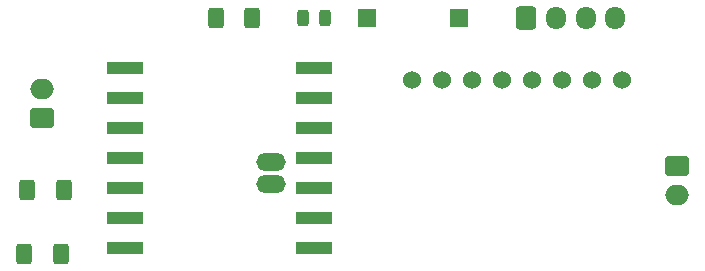
<source format=gbr>
%TF.GenerationSoftware,KiCad,Pcbnew,8.0.7*%
%TF.CreationDate,2025-04-29T17:51:56-05:00*%
%TF.ProjectId,PCB_Glasses,5043425f-476c-4617-9373-65732e6b6963,rev?*%
%TF.SameCoordinates,Original*%
%TF.FileFunction,Soldermask,Top*%
%TF.FilePolarity,Negative*%
%FSLAX46Y46*%
G04 Gerber Fmt 4.6, Leading zero omitted, Abs format (unit mm)*
G04 Created by KiCad (PCBNEW 8.0.7) date 2025-04-29 17:51:56*
%MOMM*%
%LPD*%
G01*
G04 APERTURE LIST*
G04 Aperture macros list*
%AMRoundRect*
0 Rectangle with rounded corners*
0 $1 Rounding radius*
0 $2 $3 $4 $5 $6 $7 $8 $9 X,Y pos of 4 corners*
0 Add a 4 corners polygon primitive as box body*
4,1,4,$2,$3,$4,$5,$6,$7,$8,$9,$2,$3,0*
0 Add four circle primitives for the rounded corners*
1,1,$1+$1,$2,$3*
1,1,$1+$1,$4,$5*
1,1,$1+$1,$6,$7*
1,1,$1+$1,$8,$9*
0 Add four rect primitives between the rounded corners*
20,1,$1+$1,$2,$3,$4,$5,0*
20,1,$1+$1,$4,$5,$6,$7,0*
20,1,$1+$1,$6,$7,$8,$9,0*
20,1,$1+$1,$8,$9,$2,$3,0*%
G04 Aperture macros list end*
%ADD10R,1.500000X1.500000*%
%ADD11C,1.524000*%
%ADD12R,3.150000X1.000000*%
%ADD13O,2.500000X1.500000*%
%ADD14RoundRect,0.243750X0.243750X0.456250X-0.243750X0.456250X-0.243750X-0.456250X0.243750X-0.456250X0*%
%ADD15RoundRect,0.250000X-0.400000X-0.625000X0.400000X-0.625000X0.400000X0.625000X-0.400000X0.625000X0*%
%ADD16RoundRect,0.250000X0.750000X-0.600000X0.750000X0.600000X-0.750000X0.600000X-0.750000X-0.600000X0*%
%ADD17O,2.000000X1.700000*%
%ADD18RoundRect,0.250000X-0.750000X0.600000X-0.750000X-0.600000X0.750000X-0.600000X0.750000X0.600000X0*%
%ADD19RoundRect,0.250000X-0.600000X-0.725000X0.600000X-0.725000X0.600000X0.725000X-0.600000X0.725000X0*%
%ADD20O,1.700000X1.950000*%
%ADD21RoundRect,0.250000X0.400000X0.625000X-0.400000X0.625000X-0.400000X-0.625000X0.400000X-0.625000X0*%
G04 APERTURE END LIST*
D10*
%TO.C,SW1*%
X58510000Y-29210000D03*
X50710000Y-29210000D03*
%TD*%
D11*
%TO.C,U2*%
X72330000Y-34500000D03*
X69790000Y-34500000D03*
X67250000Y-34500000D03*
X64710000Y-34500000D03*
X62170000Y-34500000D03*
X59630000Y-34500000D03*
X57090000Y-34500000D03*
X54550000Y-34500000D03*
%TD*%
D12*
%TO.C,U1*%
X46275000Y-48740000D03*
X46275000Y-46200000D03*
X46275000Y-43660000D03*
X46275000Y-41120000D03*
X46275000Y-38580000D03*
X46275000Y-36040000D03*
X46275000Y-33500000D03*
X30250000Y-33500000D03*
X30250000Y-36040000D03*
X30250000Y-38580000D03*
X30250000Y-41120000D03*
X30250000Y-43660000D03*
X30250000Y-46200000D03*
X30250000Y-48740000D03*
D13*
X42615000Y-41420000D03*
X42604000Y-43320000D03*
%TD*%
D14*
%TO.C,D1*%
X47187500Y-29250000D03*
X45312500Y-29250000D03*
%TD*%
D15*
%TO.C,R2*%
X21750000Y-49250000D03*
X24850000Y-49250000D03*
%TD*%
D16*
%TO.C,J1*%
X23250000Y-37750000D03*
D17*
X23250000Y-35250000D03*
%TD*%
D18*
%TO.C,J4*%
X77000000Y-41750000D03*
D17*
X77000000Y-44250000D03*
%TD*%
D19*
%TO.C,J2*%
X64250000Y-29250000D03*
D20*
X66750000Y-29250000D03*
X69250000Y-29250000D03*
X71750000Y-29250000D03*
%TD*%
D15*
%TO.C,R1*%
X22000000Y-43815000D03*
X25100000Y-43815000D03*
%TD*%
D21*
%TO.C,R3*%
X41050000Y-29250000D03*
X37950000Y-29250000D03*
%TD*%
M02*

</source>
